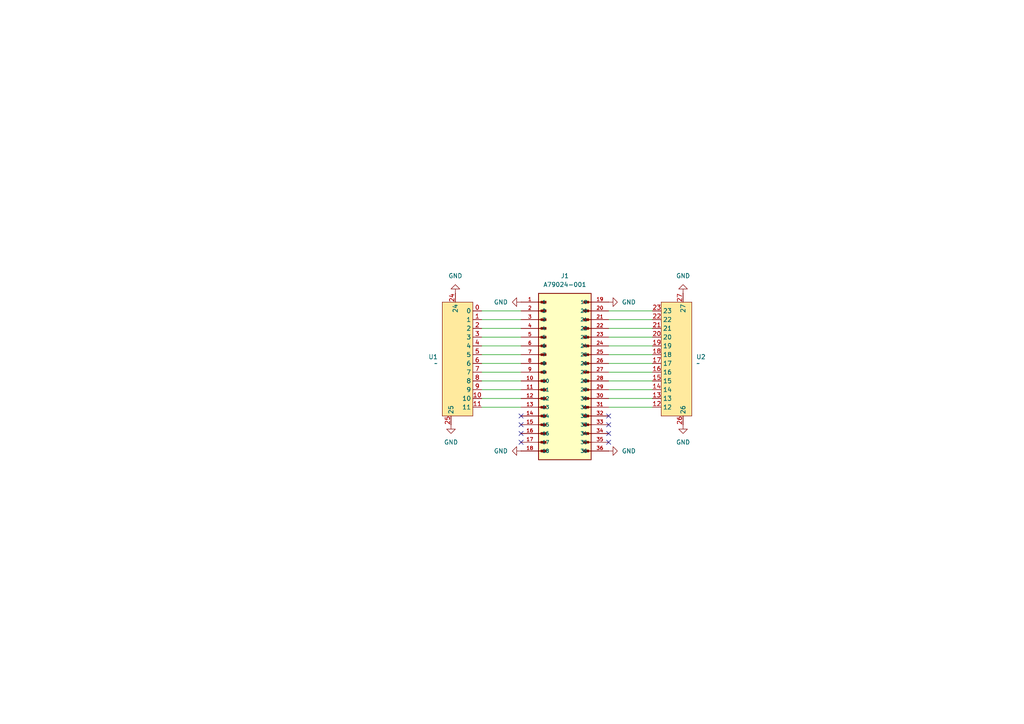
<source format=kicad_sch>
(kicad_sch
	(version 20250114)
	(generator "eeschema")
	(generator_version "9.0")
	(uuid "48b282e1-d1dc-4755-bd87-660842c9744a")
	(paper "A4")
	(lib_symbols
		(symbol "36pin omnetics:A79024-001"
			(pin_names
				(offset 1.016)
			)
			(exclude_from_sim no)
			(in_bom yes)
			(on_board yes)
			(property "Reference" "J"
				(at -7.62 24.13 0)
				(effects
					(font
						(size 1.27 1.27)
					)
					(justify left bottom)
				)
			)
			(property "Value" "A79024-001"
				(at -7.62 -27.94 0)
				(effects
					(font
						(size 1.27 1.27)
					)
					(justify left bottom)
				)
			)
			(property "Footprint" "A79024-001:OMNETICS_A79024-001"
				(at 0 0 0)
				(effects
					(font
						(size 1.27 1.27)
					)
					(justify bottom)
					(hide yes)
				)
			)
			(property "Datasheet" ""
				(at 0 0 0)
				(effects
					(font
						(size 1.27 1.27)
					)
					(hide yes)
				)
			)
			(property "Description" ""
				(at 0 0 0)
				(effects
					(font
						(size 1.27 1.27)
					)
					(hide yes)
				)
			)
			(property "PARTREV" "D"
				(at 0 0 0)
				(effects
					(font
						(size 1.27 1.27)
					)
					(justify bottom)
					(hide yes)
				)
			)
			(property "STANDARD" "Manufacturer Recommendations"
				(at 0 0 0)
				(effects
					(font
						(size 1.27 1.27)
					)
					(justify bottom)
					(hide yes)
				)
			)
			(property "MAXIMUM_PACKAGE_HEIGHT" "1.78mm"
				(at 0 0 0)
				(effects
					(font
						(size 1.27 1.27)
					)
					(justify bottom)
					(hide yes)
				)
			)
			(property "MANUFACTURER" "Omnetics"
				(at 0 0 0)
				(effects
					(font
						(size 1.27 1.27)
					)
					(justify bottom)
					(hide yes)
				)
			)
			(symbol "A79024-001_0_0"
				(polyline
					(pts
						(xy -7.62 20.32) (xy -5.715 20.32)
					)
					(stroke
						(width 0.254)
						(type default)
					)
					(fill
						(type none)
					)
				)
				(polyline
					(pts
						(xy -7.62 17.78) (xy -5.715 17.78)
					)
					(stroke
						(width 0.254)
						(type default)
					)
					(fill
						(type none)
					)
				)
				(polyline
					(pts
						(xy -7.62 15.24) (xy -5.715 15.24)
					)
					(stroke
						(width 0.254)
						(type default)
					)
					(fill
						(type none)
					)
				)
				(polyline
					(pts
						(xy -7.62 12.7) (xy -5.715 12.7)
					)
					(stroke
						(width 0.254)
						(type default)
					)
					(fill
						(type none)
					)
				)
				(polyline
					(pts
						(xy -7.62 10.16) (xy -5.715 10.16)
					)
					(stroke
						(width 0.254)
						(type default)
					)
					(fill
						(type none)
					)
				)
				(polyline
					(pts
						(xy -7.62 7.62) (xy -5.715 7.62)
					)
					(stroke
						(width 0.254)
						(type default)
					)
					(fill
						(type none)
					)
				)
				(polyline
					(pts
						(xy -7.62 5.08) (xy -5.715 5.08)
					)
					(stroke
						(width 0.254)
						(type default)
					)
					(fill
						(type none)
					)
				)
				(polyline
					(pts
						(xy -7.62 2.54) (xy -5.715 2.54)
					)
					(stroke
						(width 0.254)
						(type default)
					)
					(fill
						(type none)
					)
				)
				(polyline
					(pts
						(xy -7.62 0) (xy -5.715 0)
					)
					(stroke
						(width 0.254)
						(type default)
					)
					(fill
						(type none)
					)
				)
				(polyline
					(pts
						(xy -7.62 -2.54) (xy -5.715 -2.54)
					)
					(stroke
						(width 0.254)
						(type default)
					)
					(fill
						(type none)
					)
				)
				(polyline
					(pts
						(xy -7.62 -5.08) (xy -5.715 -5.08)
					)
					(stroke
						(width 0.254)
						(type default)
					)
					(fill
						(type none)
					)
				)
				(polyline
					(pts
						(xy -7.62 -7.62) (xy -5.715 -7.62)
					)
					(stroke
						(width 0.254)
						(type default)
					)
					(fill
						(type none)
					)
				)
				(polyline
					(pts
						(xy -7.62 -10.16) (xy -5.715 -10.16)
					)
					(stroke
						(width 0.254)
						(type default)
					)
					(fill
						(type none)
					)
				)
				(polyline
					(pts
						(xy -7.62 -12.7) (xy -5.715 -12.7)
					)
					(stroke
						(width 0.254)
						(type default)
					)
					(fill
						(type none)
					)
				)
				(polyline
					(pts
						(xy -7.62 -15.24) (xy -5.715 -15.24)
					)
					(stroke
						(width 0.254)
						(type default)
					)
					(fill
						(type none)
					)
				)
				(polyline
					(pts
						(xy -7.62 -17.78) (xy -5.715 -17.78)
					)
					(stroke
						(width 0.254)
						(type default)
					)
					(fill
						(type none)
					)
				)
				(polyline
					(pts
						(xy -7.62 -20.32) (xy -5.715 -20.32)
					)
					(stroke
						(width 0.254)
						(type default)
					)
					(fill
						(type none)
					)
				)
				(polyline
					(pts
						(xy -7.62 -22.86) (xy -5.715 -22.86)
					)
					(stroke
						(width 0.254)
						(type default)
					)
					(fill
						(type none)
					)
				)
				(rectangle
					(start -7.62 -25.4)
					(end 7.62 22.86)
					(stroke
						(width 0.254)
						(type default)
					)
					(fill
						(type background)
					)
				)
				(rectangle
					(start -6.985 20.0025)
					(end -5.3975 20.6375)
					(stroke
						(width 0.1)
						(type default)
					)
					(fill
						(type outline)
					)
				)
				(rectangle
					(start -6.985 17.4625)
					(end -5.3975 18.0975)
					(stroke
						(width 0.1)
						(type default)
					)
					(fill
						(type outline)
					)
				)
				(rectangle
					(start -6.985 14.9225)
					(end -5.3975 15.5575)
					(stroke
						(width 0.1)
						(type default)
					)
					(fill
						(type outline)
					)
				)
				(rectangle
					(start -6.985 12.3825)
					(end -5.3975 13.0175)
					(stroke
						(width 0.1)
						(type default)
					)
					(fill
						(type outline)
					)
				)
				(rectangle
					(start -6.985 9.8425)
					(end -5.3975 10.4775)
					(stroke
						(width 0.1)
						(type default)
					)
					(fill
						(type outline)
					)
				)
				(rectangle
					(start -6.985 7.3025)
					(end -5.3975 7.9375)
					(stroke
						(width 0.1)
						(type default)
					)
					(fill
						(type outline)
					)
				)
				(rectangle
					(start -6.985 4.7625)
					(end -5.3975 5.3975)
					(stroke
						(width 0.1)
						(type default)
					)
					(fill
						(type outline)
					)
				)
				(rectangle
					(start -6.985 2.2225)
					(end -5.3975 2.8575)
					(stroke
						(width 0.1)
						(type default)
					)
					(fill
						(type outline)
					)
				)
				(rectangle
					(start -6.985 -0.3175)
					(end -5.3975 0.3175)
					(stroke
						(width 0.1)
						(type default)
					)
					(fill
						(type outline)
					)
				)
				(rectangle
					(start -6.985 -2.8575)
					(end -5.3975 -2.2225)
					(stroke
						(width 0.1)
						(type default)
					)
					(fill
						(type outline)
					)
				)
				(rectangle
					(start -6.985 -5.3975)
					(end -5.3975 -4.7625)
					(stroke
						(width 0.1)
						(type default)
					)
					(fill
						(type outline)
					)
				)
				(rectangle
					(start -6.985 -7.9375)
					(end -5.3975 -7.3025)
					(stroke
						(width 0.1)
						(type default)
					)
					(fill
						(type outline)
					)
				)
				(rectangle
					(start -6.985 -10.4775)
					(end -5.3975 -9.8425)
					(stroke
						(width 0.1)
						(type default)
					)
					(fill
						(type outline)
					)
				)
				(rectangle
					(start -6.985 -13.0175)
					(end -5.3975 -12.3825)
					(stroke
						(width 0.1)
						(type default)
					)
					(fill
						(type outline)
					)
				)
				(rectangle
					(start -6.985 -15.5575)
					(end -5.3975 -14.9225)
					(stroke
						(width 0.1)
						(type default)
					)
					(fill
						(type outline)
					)
				)
				(rectangle
					(start -6.985 -18.0975)
					(end -5.3975 -17.4625)
					(stroke
						(width 0.1)
						(type default)
					)
					(fill
						(type outline)
					)
				)
				(rectangle
					(start -6.985 -20.6375)
					(end -5.3975 -20.0025)
					(stroke
						(width 0.1)
						(type default)
					)
					(fill
						(type outline)
					)
				)
				(rectangle
					(start -6.985 -23.1775)
					(end -5.3975 -22.5425)
					(stroke
						(width 0.1)
						(type default)
					)
					(fill
						(type outline)
					)
				)
				(rectangle
					(start 5.3975 20.0025)
					(end 6.985 20.6375)
					(stroke
						(width 0.1)
						(type default)
					)
					(fill
						(type outline)
					)
				)
				(rectangle
					(start 5.3975 17.4625)
					(end 6.985 18.0975)
					(stroke
						(width 0.1)
						(type default)
					)
					(fill
						(type outline)
					)
				)
				(rectangle
					(start 5.3975 14.9225)
					(end 6.985 15.5575)
					(stroke
						(width 0.1)
						(type default)
					)
					(fill
						(type outline)
					)
				)
				(rectangle
					(start 5.3975 12.3825)
					(end 6.985 13.0175)
					(stroke
						(width 0.1)
						(type default)
					)
					(fill
						(type outline)
					)
				)
				(rectangle
					(start 5.3975 9.8425)
					(end 6.985 10.4775)
					(stroke
						(width 0.1)
						(type default)
					)
					(fill
						(type outline)
					)
				)
				(rectangle
					(start 5.3975 7.3025)
					(end 6.985 7.9375)
					(stroke
						(width 0.1)
						(type default)
					)
					(fill
						(type outline)
					)
				)
				(rectangle
					(start 5.3975 4.7625)
					(end 6.985 5.3975)
					(stroke
						(width 0.1)
						(type default)
					)
					(fill
						(type outline)
					)
				)
				(rectangle
					(start 5.3975 2.2225)
					(end 6.985 2.8575)
					(stroke
						(width 0.1)
						(type default)
					)
					(fill
						(type outline)
					)
				)
				(rectangle
					(start 5.3975 -0.3175)
					(end 6.985 0.3175)
					(stroke
						(width 0.1)
						(type default)
					)
					(fill
						(type outline)
					)
				)
				(rectangle
					(start 5.3975 -2.8575)
					(end 6.985 -2.2225)
					(stroke
						(width 0.1)
						(type default)
					)
					(fill
						(type outline)
					)
				)
				(rectangle
					(start 5.3975 -5.3975)
					(end 6.985 -4.7625)
					(stroke
						(width 0.1)
						(type default)
					)
					(fill
						(type outline)
					)
				)
				(rectangle
					(start 5.3975 -7.9375)
					(end 6.985 -7.3025)
					(stroke
						(width 0.1)
						(type default)
					)
					(fill
						(type outline)
					)
				)
				(rectangle
					(start 5.3975 -10.4775)
					(end 6.985 -9.8425)
					(stroke
						(width 0.1)
						(type default)
					)
					(fill
						(type outline)
					)
				)
				(rectangle
					(start 5.3975 -13.0175)
					(end 6.985 -12.3825)
					(stroke
						(width 0.1)
						(type default)
					)
					(fill
						(type outline)
					)
				)
				(rectangle
					(start 5.3975 -15.5575)
					(end 6.985 -14.9225)
					(stroke
						(width 0.1)
						(type default)
					)
					(fill
						(type outline)
					)
				)
				(rectangle
					(start 5.3975 -18.0975)
					(end 6.985 -17.4625)
					(stroke
						(width 0.1)
						(type default)
					)
					(fill
						(type outline)
					)
				)
				(rectangle
					(start 5.3975 -20.6375)
					(end 6.985 -20.0025)
					(stroke
						(width 0.1)
						(type default)
					)
					(fill
						(type outline)
					)
				)
				(rectangle
					(start 5.3975 -23.1775)
					(end 6.985 -22.5425)
					(stroke
						(width 0.1)
						(type default)
					)
					(fill
						(type outline)
					)
				)
				(polyline
					(pts
						(xy 7.62 20.32) (xy 5.715 20.32)
					)
					(stroke
						(width 0.254)
						(type default)
					)
					(fill
						(type none)
					)
				)
				(polyline
					(pts
						(xy 7.62 17.78) (xy 5.715 17.78)
					)
					(stroke
						(width 0.254)
						(type default)
					)
					(fill
						(type none)
					)
				)
				(polyline
					(pts
						(xy 7.62 15.24) (xy 5.715 15.24)
					)
					(stroke
						(width 0.254)
						(type default)
					)
					(fill
						(type none)
					)
				)
				(polyline
					(pts
						(xy 7.62 12.7) (xy 5.715 12.7)
					)
					(stroke
						(width 0.254)
						(type default)
					)
					(fill
						(type none)
					)
				)
				(polyline
					(pts
						(xy 7.62 10.16) (xy 5.715 10.16)
					)
					(stroke
						(width 0.254)
						(type default)
					)
					(fill
						(type none)
					)
				)
				(polyline
					(pts
						(xy 7.62 7.62) (xy 5.715 7.62)
					)
					(stroke
						(width 0.254)
						(type default)
					)
					(fill
						(type none)
					)
				)
				(polyline
					(pts
						(xy 7.62 5.08) (xy 5.715 5.08)
					)
					(stroke
						(width 0.254)
						(type default)
					)
					(fill
						(type none)
					)
				)
				(polyline
					(pts
						(xy 7.62 2.54) (xy 5.715 2.54)
					)
					(stroke
						(width 0.254)
						(type default)
					)
					(fill
						(type none)
					)
				)
				(polyline
					(pts
						(xy 7.62 0) (xy 5.715 0)
					)
					(stroke
						(width 0.254)
						(type default)
					)
					(fill
						(type none)
					)
				)
				(polyline
					(pts
						(xy 7.62 -2.54) (xy 5.715 -2.54)
					)
					(stroke
						(width 0.254)
						(type default)
					)
					(fill
						(type none)
					)
				)
				(polyline
					(pts
						(xy 7.62 -5.08) (xy 5.715 -5.08)
					)
					(stroke
						(width 0.254)
						(type default)
					)
					(fill
						(type none)
					)
				)
				(polyline
					(pts
						(xy 7.62 -7.62) (xy 5.715 -7.62)
					)
					(stroke
						(width 0.254)
						(type default)
					)
					(fill
						(type none)
					)
				)
				(polyline
					(pts
						(xy 7.62 -10.16) (xy 5.715 -10.16)
					)
					(stroke
						(width 0.254)
						(type default)
					)
					(fill
						(type none)
					)
				)
				(polyline
					(pts
						(xy 7.62 -12.7) (xy 5.715 -12.7)
					)
					(stroke
						(width 0.254)
						(type default)
					)
					(fill
						(type none)
					)
				)
				(polyline
					(pts
						(xy 7.62 -15.24) (xy 5.715 -15.24)
					)
					(stroke
						(width 0.254)
						(type default)
					)
					(fill
						(type none)
					)
				)
				(polyline
					(pts
						(xy 7.62 -17.78) (xy 5.715 -17.78)
					)
					(stroke
						(width 0.254)
						(type default)
					)
					(fill
						(type none)
					)
				)
				(polyline
					(pts
						(xy 7.62 -20.32) (xy 5.715 -20.32)
					)
					(stroke
						(width 0.254)
						(type default)
					)
					(fill
						(type none)
					)
				)
				(polyline
					(pts
						(xy 7.62 -22.86) (xy 5.715 -22.86)
					)
					(stroke
						(width 0.254)
						(type default)
					)
					(fill
						(type none)
					)
				)
				(pin passive line
					(at -12.7 20.32 0)
					(length 5.08)
					(name "1"
						(effects
							(font
								(size 1.016 1.016)
							)
						)
					)
					(number "1"
						(effects
							(font
								(size 1.016 1.016)
							)
						)
					)
				)
				(pin passive line
					(at -12.7 17.78 0)
					(length 5.08)
					(name "2"
						(effects
							(font
								(size 1.016 1.016)
							)
						)
					)
					(number "2"
						(effects
							(font
								(size 1.016 1.016)
							)
						)
					)
				)
				(pin passive line
					(at -12.7 15.24 0)
					(length 5.08)
					(name "3"
						(effects
							(font
								(size 1.016 1.016)
							)
						)
					)
					(number "3"
						(effects
							(font
								(size 1.016 1.016)
							)
						)
					)
				)
				(pin passive line
					(at -12.7 12.7 0)
					(length 5.08)
					(name "4"
						(effects
							(font
								(size 1.016 1.016)
							)
						)
					)
					(number "4"
						(effects
							(font
								(size 1.016 1.016)
							)
						)
					)
				)
				(pin passive line
					(at -12.7 10.16 0)
					(length 5.08)
					(name "5"
						(effects
							(font
								(size 1.016 1.016)
							)
						)
					)
					(number "5"
						(effects
							(font
								(size 1.016 1.016)
							)
						)
					)
				)
				(pin passive line
					(at -12.7 7.62 0)
					(length 5.08)
					(name "6"
						(effects
							(font
								(size 1.016 1.016)
							)
						)
					)
					(number "6"
						(effects
							(font
								(size 1.016 1.016)
							)
						)
					)
				)
				(pin passive line
					(at -12.7 5.08 0)
					(length 5.08)
					(name "7"
						(effects
							(font
								(size 1.016 1.016)
							)
						)
					)
					(number "7"
						(effects
							(font
								(size 1.016 1.016)
							)
						)
					)
				)
				(pin passive line
					(at -12.7 2.54 0)
					(length 5.08)
					(name "8"
						(effects
							(font
								(size 1.016 1.016)
							)
						)
					)
					(number "8"
						(effects
							(font
								(size 1.016 1.016)
							)
						)
					)
				)
				(pin passive line
					(at -12.7 0 0)
					(length 5.08)
					(name "9"
						(effects
							(font
								(size 1.016 1.016)
							)
						)
					)
					(number "9"
						(effects
							(font
								(size 1.016 1.016)
							)
						)
					)
				)
				(pin passive line
					(at -12.7 -2.54 0)
					(length 5.08)
					(name "10"
						(effects
							(font
								(size 1.016 1.016)
							)
						)
					)
					(number "10"
						(effects
							(font
								(size 1.016 1.016)
							)
						)
					)
				)
				(pin passive line
					(at -12.7 -5.08 0)
					(length 5.08)
					(name "11"
						(effects
							(font
								(size 1.016 1.016)
							)
						)
					)
					(number "11"
						(effects
							(font
								(size 1.016 1.016)
							)
						)
					)
				)
				(pin passive line
					(at -12.7 -7.62 0)
					(length 5.08)
					(name "12"
						(effects
							(font
								(size 1.016 1.016)
							)
						)
					)
					(number "12"
						(effects
							(font
								(size 1.016 1.016)
							)
						)
					)
				)
				(pin passive line
					(at -12.7 -10.16 0)
					(length 5.08)
					(name "13"
						(effects
							(font
								(size 1.016 1.016)
							)
						)
					)
					(number "13"
						(effects
							(font
								(size 1.016 1.016)
							)
						)
					)
				)
				(pin passive line
					(at -12.7 -12.7 0)
					(length 5.08)
					(name "14"
						(effects
							(font
								(size 1.016 1.016)
							)
						)
					)
					(number "14"
						(effects
							(font
								(size 1.016 1.016)
							)
						)
					)
				)
				(pin passive line
					(at -12.7 -15.24 0)
					(length 5.08)
					(name "15"
						(effects
							(font
								(size 1.016 1.016)
							)
						)
					)
					(number "15"
						(effects
							(font
								(size 1.016 1.016)
							)
						)
					)
				)
				(pin passive line
					(at -12.7 -17.78 0)
					(length 5.08)
					(name "16"
						(effects
							(font
								(size 1.016 1.016)
							)
						)
					)
					(number "16"
						(effects
							(font
								(size 1.016 1.016)
							)
						)
					)
				)
				(pin passive line
					(at -12.7 -20.32 0)
					(length 5.08)
					(name "17"
						(effects
							(font
								(size 1.016 1.016)
							)
						)
					)
					(number "17"
						(effects
							(font
								(size 1.016 1.016)
							)
						)
					)
				)
				(pin passive line
					(at -12.7 -22.86 0)
					(length 5.08)
					(name "18"
						(effects
							(font
								(size 1.016 1.016)
							)
						)
					)
					(number "18"
						(effects
							(font
								(size 1.016 1.016)
							)
						)
					)
				)
				(pin passive line
					(at 12.7 20.32 180)
					(length 5.08)
					(name "19"
						(effects
							(font
								(size 1.016 1.016)
							)
						)
					)
					(number "19"
						(effects
							(font
								(size 1.016 1.016)
							)
						)
					)
				)
				(pin passive line
					(at 12.7 17.78 180)
					(length 5.08)
					(name "20"
						(effects
							(font
								(size 1.016 1.016)
							)
						)
					)
					(number "20"
						(effects
							(font
								(size 1.016 1.016)
							)
						)
					)
				)
				(pin passive line
					(at 12.7 15.24 180)
					(length 5.08)
					(name "21"
						(effects
							(font
								(size 1.016 1.016)
							)
						)
					)
					(number "21"
						(effects
							(font
								(size 1.016 1.016)
							)
						)
					)
				)
				(pin passive line
					(at 12.7 12.7 180)
					(length 5.08)
					(name "22"
						(effects
							(font
								(size 1.016 1.016)
							)
						)
					)
					(number "22"
						(effects
							(font
								(size 1.016 1.016)
							)
						)
					)
				)
				(pin passive line
					(at 12.7 10.16 180)
					(length 5.08)
					(name "23"
						(effects
							(font
								(size 1.016 1.016)
							)
						)
					)
					(number "23"
						(effects
							(font
								(size 1.016 1.016)
							)
						)
					)
				)
				(pin passive line
					(at 12.7 7.62 180)
					(length 5.08)
					(name "24"
						(effects
							(font
								(size 1.016 1.016)
							)
						)
					)
					(number "24"
						(effects
							(font
								(size 1.016 1.016)
							)
						)
					)
				)
				(pin passive line
					(at 12.7 5.08 180)
					(length 5.08)
					(name "25"
						(effects
							(font
								(size 1.016 1.016)
							)
						)
					)
					(number "25"
						(effects
							(font
								(size 1.016 1.016)
							)
						)
					)
				)
				(pin passive line
					(at 12.7 2.54 180)
					(length 5.08)
					(name "26"
						(effects
							(font
								(size 1.016 1.016)
							)
						)
					)
					(number "26"
						(effects
							(font
								(size 1.016 1.016)
							)
						)
					)
				)
				(pin passive line
					(at 12.7 0 180)
					(length 5.08)
					(name "27"
						(effects
							(font
								(size 1.016 1.016)
							)
						)
					)
					(number "27"
						(effects
							(font
								(size 1.016 1.016)
							)
						)
					)
				)
				(pin passive line
					(at 12.7 -2.54 180)
					(length 5.08)
					(name "28"
						(effects
							(font
								(size 1.016 1.016)
							)
						)
					)
					(number "28"
						(effects
							(font
								(size 1.016 1.016)
							)
						)
					)
				)
				(pin passive line
					(at 12.7 -5.08 180)
					(length 5.08)
					(name "29"
						(effects
							(font
								(size 1.016 1.016)
							)
						)
					)
					(number "29"
						(effects
							(font
								(size 1.016 1.016)
							)
						)
					)
				)
				(pin passive line
					(at 12.7 -7.62 180)
					(length 5.08)
					(name "30"
						(effects
							(font
								(size 1.016 1.016)
							)
						)
					)
					(number "30"
						(effects
							(font
								(size 1.016 1.016)
							)
						)
					)
				)
				(pin passive line
					(at 12.7 -10.16 180)
					(length 5.08)
					(name "31"
						(effects
							(font
								(size 1.016 1.016)
							)
						)
					)
					(number "31"
						(effects
							(font
								(size 1.016 1.016)
							)
						)
					)
				)
				(pin passive line
					(at 12.7 -12.7 180)
					(length 5.08)
					(name "32"
						(effects
							(font
								(size 1.016 1.016)
							)
						)
					)
					(number "32"
						(effects
							(font
								(size 1.016 1.016)
							)
						)
					)
				)
				(pin passive line
					(at 12.7 -15.24 180)
					(length 5.08)
					(name "33"
						(effects
							(font
								(size 1.016 1.016)
							)
						)
					)
					(number "33"
						(effects
							(font
								(size 1.016 1.016)
							)
						)
					)
				)
				(pin passive line
					(at 12.7 -17.78 180)
					(length 5.08)
					(name "34"
						(effects
							(font
								(size 1.016 1.016)
							)
						)
					)
					(number "34"
						(effects
							(font
								(size 1.016 1.016)
							)
						)
					)
				)
				(pin passive line
					(at 12.7 -20.32 180)
					(length 5.08)
					(name "35"
						(effects
							(font
								(size 1.016 1.016)
							)
						)
					)
					(number "35"
						(effects
							(font
								(size 1.016 1.016)
							)
						)
					)
				)
				(pin passive line
					(at 12.7 -22.86 180)
					(length 5.08)
					(name "36"
						(effects
							(font
								(size 1.016 1.016)
							)
						)
					)
					(number "36"
						(effects
							(font
								(size 1.016 1.016)
							)
						)
					)
				)
			)
			(embedded_fonts no)
		)
		(symbol "USB plug:699C124-2A6-111_USB_first half"
			(exclude_from_sim no)
			(in_bom yes)
			(on_board yes)
			(property "Reference" "U1"
				(at -1.27 -15.8749 0)
				(effects
					(font
						(size 1.27 1.27)
					)
					(justify right)
				)
			)
			(property "Value" "~"
				(at -1.27 -17.78 0)
				(effects
					(font
						(size 1.27 1.27)
					)
					(justify right)
				)
			)
			(property "Footprint" "USBPlug:699C124-2A6-111 USB Plug_first half"
				(at -1.27 -34.29 0)
				(effects
					(font
						(size 1.27 1.27)
					)
					(hide yes)
				)
			)
			(property "Datasheet" ""
				(at 0 0 0)
				(effects
					(font
						(size 1.27 1.27)
					)
					(hide yes)
				)
			)
			(property "Description" ""
				(at 0 0 0)
				(effects
					(font
						(size 1.27 1.27)
					)
					(hide yes)
				)
			)
			(symbol "699C124-2A6-111_USB_first half_1_1"
				(rectangle
					(start 0 0)
					(end 8.89 -33.02)
					(stroke
						(width 0)
						(type solid)
					)
					(fill
						(type color)
						(color 255 234 158 1)
					)
				)
				(pin unspecified line
					(at 2.54 -35.56 90)
					(length 2.54)
					(name "25"
						(effects
							(font
								(size 1.27 1.27)
							)
						)
					)
					(number "25"
						(effects
							(font
								(size 1.27 1.27)
							)
						)
					)
				)
				(pin unspecified line
					(at 3.81 2.54 270)
					(length 2.54)
					(name "24"
						(effects
							(font
								(size 1.27 1.27)
							)
						)
					)
					(number "24"
						(effects
							(font
								(size 1.27 1.27)
							)
						)
					)
				)
				(pin unspecified line
					(at 11.43 -2.54 180)
					(length 2.54)
					(name "0"
						(effects
							(font
								(size 1.27 1.27)
							)
						)
					)
					(number "0"
						(effects
							(font
								(size 1.27 1.27)
							)
						)
					)
				)
				(pin unspecified line
					(at 11.43 -5.08 180)
					(length 2.54)
					(name "1"
						(effects
							(font
								(size 1.27 1.27)
							)
						)
					)
					(number "1"
						(effects
							(font
								(size 1.27 1.27)
							)
						)
					)
				)
				(pin unspecified line
					(at 11.43 -7.62 180)
					(length 2.54)
					(name "2"
						(effects
							(font
								(size 1.27 1.27)
							)
						)
					)
					(number "2"
						(effects
							(font
								(size 1.27 1.27)
							)
						)
					)
				)
				(pin unspecified line
					(at 11.43 -10.16 180)
					(length 2.54)
					(name "3"
						(effects
							(font
								(size 1.27 1.27)
							)
						)
					)
					(number "3"
						(effects
							(font
								(size 1.27 1.27)
							)
						)
					)
				)
				(pin unspecified line
					(at 11.43 -12.7 180)
					(length 2.54)
					(name "4"
						(effects
							(font
								(size 1.27 1.27)
							)
						)
					)
					(number "4"
						(effects
							(font
								(size 1.27 1.27)
							)
						)
					)
				)
				(pin unspecified line
					(at 11.43 -15.24 180)
					(length 2.54)
					(name "5"
						(effects
							(font
								(size 1.27 1.27)
							)
						)
					)
					(number "5"
						(effects
							(font
								(size 1.27 1.27)
							)
						)
					)
				)
				(pin unspecified line
					(at 11.43 -17.78 180)
					(length 2.54)
					(name "6"
						(effects
							(font
								(size 1.27 1.27)
							)
						)
					)
					(number "6"
						(effects
							(font
								(size 1.27 1.27)
							)
						)
					)
				)
				(pin unspecified line
					(at 11.43 -20.32 180)
					(length 2.54)
					(name "7"
						(effects
							(font
								(size 1.27 1.27)
							)
						)
					)
					(number "7"
						(effects
							(font
								(size 1.27 1.27)
							)
						)
					)
				)
				(pin unspecified line
					(at 11.43 -22.86 180)
					(length 2.54)
					(name "8"
						(effects
							(font
								(size 1.27 1.27)
							)
						)
					)
					(number "8"
						(effects
							(font
								(size 1.27 1.27)
							)
						)
					)
				)
				(pin unspecified line
					(at 11.43 -25.4 180)
					(length 2.54)
					(name "9"
						(effects
							(font
								(size 1.27 1.27)
							)
						)
					)
					(number "9"
						(effects
							(font
								(size 1.27 1.27)
							)
						)
					)
				)
				(pin unspecified line
					(at 11.43 -27.94 180)
					(length 2.54)
					(name "10"
						(effects
							(font
								(size 1.27 1.27)
							)
						)
					)
					(number "10"
						(effects
							(font
								(size 1.27 1.27)
							)
						)
					)
				)
				(pin unspecified line
					(at 11.43 -30.48 180)
					(length 2.54)
					(name "11"
						(effects
							(font
								(size 1.27 1.27)
							)
						)
					)
					(number "11"
						(effects
							(font
								(size 1.27 1.27)
							)
						)
					)
				)
			)
			(embedded_fonts no)
		)
		(symbol "USB plug:699C124-2A6-111_USB_second_half"
			(exclude_from_sim no)
			(in_bom yes)
			(on_board yes)
			(property "Reference" "U2"
				(at 1.27 -15.8749 0)
				(effects
					(font
						(size 1.27 1.27)
					)
					(justify left)
				)
			)
			(property "Value" "~"
				(at 1.27 -17.78 0)
				(effects
					(font
						(size 1.27 1.27)
					)
					(justify left)
				)
			)
			(property "Footprint" "USBPlug:699C124-2A6-111 USB Plug_second half"
				(at -1.27 -34.29 0)
				(effects
					(font
						(size 1.27 1.27)
					)
					(hide yes)
				)
			)
			(property "Datasheet" ""
				(at 0 0 0)
				(effects
					(font
						(size 1.27 1.27)
					)
					(hide yes)
				)
			)
			(property "Description" ""
				(at 0 0 0)
				(effects
					(font
						(size 1.27 1.27)
					)
					(hide yes)
				)
			)
			(symbol "699C124-2A6-111_USB_second_half_1_1"
				(rectangle
					(start -8.89 0)
					(end 0 -33.02)
					(stroke
						(width 0)
						(type solid)
					)
					(fill
						(type color)
						(color 255 234 158 1)
					)
				)
				(pin unspecified line
					(at -11.43 -2.54 0)
					(length 2.54)
					(name "12"
						(effects
							(font
								(size 1.27 1.27)
							)
						)
					)
					(number "12"
						(effects
							(font
								(size 1.27 1.27)
							)
						)
					)
				)
				(pin unspecified line
					(at -11.43 -5.08 0)
					(length 2.54)
					(name "13"
						(effects
							(font
								(size 1.27 1.27)
							)
						)
					)
					(number "13"
						(effects
							(font
								(size 1.27 1.27)
							)
						)
					)
				)
				(pin unspecified line
					(at -11.43 -7.62 0)
					(length 2.54)
					(name "14"
						(effects
							(font
								(size 1.27 1.27)
							)
						)
					)
					(number "14"
						(effects
							(font
								(size 1.27 1.27)
							)
						)
					)
				)
				(pin unspecified line
					(at -11.43 -10.16 0)
					(length 2.54)
					(name "15"
						(effects
							(font
								(size 1.27 1.27)
							)
						)
					)
					(number "15"
						(effects
							(font
								(size 1.27 1.27)
							)
						)
					)
				)
				(pin unspecified line
					(at -11.43 -12.7 0)
					(length 2.54)
					(name "16"
						(effects
							(font
								(size 1.27 1.27)
							)
						)
					)
					(number "16"
						(effects
							(font
								(size 1.27 1.27)
							)
						)
					)
				)
				(pin unspecified line
					(at -11.43 -15.24 0)
					(length 2.54)
					(name "17"
						(effects
							(font
								(size 1.27 1.27)
							)
						)
					)
					(number "17"
						(effects
							(font
								(size 1.27 1.27)
							)
						)
					)
				)
				(pin unspecified line
					(at -11.43 -17.78 0)
					(length 2.54)
					(name "18"
						(effects
							(font
								(size 1.27 1.27)
							)
						)
					)
					(number "18"
						(effects
							(font
								(size 1.27 1.27)
							)
						)
					)
				)
				(pin unspecified line
					(at -11.43 -20.32 0)
					(length 2.54)
					(name "19"
						(effects
							(font
								(size 1.27 1.27)
							)
						)
					)
					(number "19"
						(effects
							(font
								(size 1.27 1.27)
							)
						)
					)
				)
				(pin unspecified line
					(at -11.43 -22.86 0)
					(length 2.54)
					(name "20"
						(effects
							(font
								(size 1.27 1.27)
							)
						)
					)
					(number "20"
						(effects
							(font
								(size 1.27 1.27)
							)
						)
					)
				)
				(pin unspecified line
					(at -11.43 -25.4 0)
					(length 2.54)
					(name "21"
						(effects
							(font
								(size 1.27 1.27)
							)
						)
					)
					(number "21"
						(effects
							(font
								(size 1.27 1.27)
							)
						)
					)
				)
				(pin unspecified line
					(at -11.43 -27.94 0)
					(length 2.54)
					(name "22"
						(effects
							(font
								(size 1.27 1.27)
							)
						)
					)
					(number "22"
						(effects
							(font
								(size 1.27 1.27)
							)
						)
					)
				)
				(pin unspecified line
					(at -11.43 -30.48 0)
					(length 2.54)
					(name "23"
						(effects
							(font
								(size 1.27 1.27)
							)
						)
					)
					(number "23"
						(effects
							(font
								(size 1.27 1.27)
							)
						)
					)
				)
				(pin unspecified line
					(at -2.54 2.54 270)
					(length 2.54)
					(name "26"
						(effects
							(font
								(size 1.27 1.27)
							)
						)
					)
					(number "26"
						(effects
							(font
								(size 1.27 1.27)
							)
						)
					)
				)
				(pin unspecified line
					(at -2.54 -35.56 90)
					(length 2.54)
					(name "27"
						(effects
							(font
								(size 1.27 1.27)
							)
						)
					)
					(number "27"
						(effects
							(font
								(size 1.27 1.27)
							)
						)
					)
				)
			)
			(embedded_fonts no)
		)
		(symbol "power:GND"
			(power)
			(pin_numbers
				(hide yes)
			)
			(pin_names
				(offset 0)
				(hide yes)
			)
			(exclude_from_sim no)
			(in_bom yes)
			(on_board yes)
			(property "Reference" "#PWR"
				(at 0 -6.35 0)
				(effects
					(font
						(size 1.27 1.27)
					)
					(hide yes)
				)
			)
			(property "Value" "GND"
				(at 0 -3.81 0)
				(effects
					(font
						(size 1.27 1.27)
					)
				)
			)
			(property "Footprint" ""
				(at 0 0 0)
				(effects
					(font
						(size 1.27 1.27)
					)
					(hide yes)
				)
			)
			(property "Datasheet" ""
				(at 0 0 0)
				(effects
					(font
						(size 1.27 1.27)
					)
					(hide yes)
				)
			)
			(property "Description" "Power symbol creates a global label with name \"GND\" , ground"
				(at 0 0 0)
				(effects
					(font
						(size 1.27 1.27)
					)
					(hide yes)
				)
			)
			(property "ki_keywords" "global power"
				(at 0 0 0)
				(effects
					(font
						(size 1.27 1.27)
					)
					(hide yes)
				)
			)
			(symbol "GND_0_1"
				(polyline
					(pts
						(xy 0 0) (xy 0 -1.27) (xy 1.27 -1.27) (xy 0 -2.54) (xy -1.27 -1.27) (xy 0 -1.27)
					)
					(stroke
						(width 0)
						(type default)
					)
					(fill
						(type none)
					)
				)
			)
			(symbol "GND_1_1"
				(pin power_in line
					(at 0 0 270)
					(length 0)
					(name "~"
						(effects
							(font
								(size 1.27 1.27)
							)
						)
					)
					(number "1"
						(effects
							(font
								(size 1.27 1.27)
							)
						)
					)
				)
			)
			(embedded_fonts no)
		)
	)
	(no_connect
		(at 151.13 128.27)
		(uuid "04db54dc-3b25-4853-92ac-7bda23be0783")
	)
	(no_connect
		(at 151.13 123.19)
		(uuid "0551d737-75ba-4540-b691-36c64aab05a8")
	)
	(no_connect
		(at 176.53 125.73)
		(uuid "1df437b3-da60-4d2a-9aae-577aae521475")
	)
	(no_connect
		(at 176.53 123.19)
		(uuid "3cf9b517-0538-484b-916f-f779745db7ff")
	)
	(no_connect
		(at 176.53 120.65)
		(uuid "4640d923-8766-4ee3-b6c6-33c6b5481c5d")
	)
	(no_connect
		(at 151.13 120.65)
		(uuid "a11e80e3-26ab-4a39-8ff5-bb1639ca64bc")
	)
	(no_connect
		(at 151.13 125.73)
		(uuid "ae782b8c-4090-4793-8e01-346588324b9b")
	)
	(no_connect
		(at 176.53 128.27)
		(uuid "b62c282c-e944-4bb0-9d74-bd6c8ef9ef4a")
	)
	(wire
		(pts
			(xy 176.53 105.41) (xy 189.23 105.41)
		)
		(stroke
			(width 0)
			(type default)
		)
		(uuid "013a95db-229f-4e53-81ec-c6fe6e03c3dc")
	)
	(wire
		(pts
			(xy 139.7 115.57) (xy 151.13 115.57)
		)
		(stroke
			(width 0)
			(type default)
		)
		(uuid "07ac7072-bf4e-493b-9a2f-83fe3d00ff97")
	)
	(wire
		(pts
			(xy 176.53 90.17) (xy 189.23 90.17)
		)
		(stroke
			(width 0)
			(type default)
		)
		(uuid "0b02321e-3eeb-40d6-9b75-a15c386e05a2")
	)
	(wire
		(pts
			(xy 139.7 110.49) (xy 151.13 110.49)
		)
		(stroke
			(width 0)
			(type default)
		)
		(uuid "1e331391-a4d3-4785-ad25-a700c1795034")
	)
	(wire
		(pts
			(xy 139.7 118.11) (xy 151.13 118.11)
		)
		(stroke
			(width 0)
			(type default)
		)
		(uuid "2bcfe5be-10cd-46f7-b446-7896040e884c")
	)
	(wire
		(pts
			(xy 139.7 105.41) (xy 151.13 105.41)
		)
		(stroke
			(width 0)
			(type default)
		)
		(uuid "2c6b8945-8c94-44d9-aa73-a3862ec5e23e")
	)
	(wire
		(pts
			(xy 139.7 97.79) (xy 151.13 97.79)
		)
		(stroke
			(width 0)
			(type default)
		)
		(uuid "2d5b10b9-4e08-4cc5-a7ff-085734da19c7")
	)
	(wire
		(pts
			(xy 139.7 100.33) (xy 151.13 100.33)
		)
		(stroke
			(width 0)
			(type default)
		)
		(uuid "4fe1f9a3-8456-41ee-ab05-4f59e7e3766d")
	)
	(wire
		(pts
			(xy 139.7 102.87) (xy 151.13 102.87)
		)
		(stroke
			(width 0)
			(type default)
		)
		(uuid "78ec1c12-56ef-4a6c-a583-c73d800e7fbb")
	)
	(wire
		(pts
			(xy 176.53 100.33) (xy 189.23 100.33)
		)
		(stroke
			(width 0)
			(type default)
		)
		(uuid "7959cb79-c0c2-4b10-a33f-cb6cee6ed752")
	)
	(wire
		(pts
			(xy 176.53 102.87) (xy 189.23 102.87)
		)
		(stroke
			(width 0)
			(type default)
		)
		(uuid "831a3663-1649-4edd-81dc-f17c6eedf0a8")
	)
	(wire
		(pts
			(xy 139.7 90.17) (xy 151.13 90.17)
		)
		(stroke
			(width 0)
			(type default)
		)
		(uuid "8a9e0686-2995-4120-8f52-42d1a2aaae18")
	)
	(wire
		(pts
			(xy 139.7 107.95) (xy 151.13 107.95)
		)
		(stroke
			(width 0)
			(type default)
		)
		(uuid "91cddc24-0adf-40f3-bec7-8c39fe5f0b24")
	)
	(wire
		(pts
			(xy 176.53 110.49) (xy 189.23 110.49)
		)
		(stroke
			(width 0)
			(type default)
		)
		(uuid "9f4dfe0e-58e4-42f8-9799-434029ca78ab")
	)
	(wire
		(pts
			(xy 176.53 118.11) (xy 189.23 118.11)
		)
		(stroke
			(width 0)
			(type default)
		)
		(uuid "a80cfbd0-9634-423e-b229-dfe2703d74e9")
	)
	(wire
		(pts
			(xy 139.7 113.03) (xy 151.13 113.03)
		)
		(stroke
			(width 0)
			(type default)
		)
		(uuid "b1188d1f-8c69-42eb-a704-a73dd13a7068")
	)
	(wire
		(pts
			(xy 176.53 92.71) (xy 189.23 92.71)
		)
		(stroke
			(width 0)
			(type default)
		)
		(uuid "b4d2a79f-3c4b-459b-a951-172d4f5de3c3")
	)
	(wire
		(pts
			(xy 176.53 95.25) (xy 189.23 95.25)
		)
		(stroke
			(width 0)
			(type default)
		)
		(uuid "bbb142ba-64e3-4cbd-b643-5b69c90dd93f")
	)
	(wire
		(pts
			(xy 139.7 92.71) (xy 151.13 92.71)
		)
		(stroke
			(width 0)
			(type default)
		)
		(uuid "bcfd9ce9-5fbb-4532-a642-9977cb101eee")
	)
	(wire
		(pts
			(xy 176.53 115.57) (xy 189.23 115.57)
		)
		(stroke
			(width 0)
			(type default)
		)
		(uuid "d27a0b59-fc80-48c3-a925-ff8af34ac7ed")
	)
	(wire
		(pts
			(xy 176.53 113.03) (xy 189.23 113.03)
		)
		(stroke
			(width 0)
			(type default)
		)
		(uuid "da7e124e-a885-4035-8f2a-80a148f190fb")
	)
	(wire
		(pts
			(xy 139.7 95.25) (xy 151.13 95.25)
		)
		(stroke
			(width 0)
			(type default)
		)
		(uuid "efb97c2e-2776-4de9-ba7d-36e59e1b6b3f")
	)
	(wire
		(pts
			(xy 176.53 97.79) (xy 189.23 97.79)
		)
		(stroke
			(width 0)
			(type default)
		)
		(uuid "f871c324-1fb5-43f9-bcb1-f6999f870b58")
	)
	(wire
		(pts
			(xy 176.53 107.95) (xy 189.23 107.95)
		)
		(stroke
			(width 0)
			(type default)
		)
		(uuid "fc3aac0d-a6a3-460a-a216-0271948cfa80")
	)
	(symbol
		(lib_id "power:GND")
		(at 151.13 87.63 270)
		(unit 1)
		(exclude_from_sim no)
		(in_bom yes)
		(on_board yes)
		(dnp no)
		(fields_autoplaced yes)
		(uuid "1031f466-8ffb-4648-9eec-d9ac9b628fbc")
		(property "Reference" "#PWR04"
			(at 144.78 87.63 0)
			(effects
				(font
					(size 1.27 1.27)
				)
				(hide yes)
			)
		)
		(property "Value" "GND"
			(at 147.32 87.6299 90)
			(effects
				(font
					(size 1.27 1.27)
				)
				(justify right)
			)
		)
		(property "Footprint" ""
			(at 151.13 87.63 0)
			(effects
				(font
					(size 1.27 1.27)
				)
				(hide yes)
			)
		)
		(property "Datasheet" ""
			(at 151.13 87.63 0)
			(effects
				(font
					(size 1.27 1.27)
				)
				(hide yes)
			)
		)
		(property "Description" "Power symbol creates a global label with name \"GND\" , ground"
			(at 151.13 87.63 0)
			(effects
				(font
					(size 1.27 1.27)
				)
				(hide yes)
			)
		)
		(pin "1"
			(uuid "c664b5d6-ba55-4f49-a1ef-6ed55988285c")
		)
		(instances
			(project "USB_36pinOmnetics_bend"
				(path "/48b282e1-d1dc-4755-bd87-660842c9744a"
					(reference "#PWR04")
					(unit 1)
				)
			)
		)
	)
	(symbol
		(lib_id "USB plug:699C124-2A6-111_USB_second_half")
		(at 200.66 120.65 0)
		(mirror x)
		(unit 1)
		(exclude_from_sim no)
		(in_bom yes)
		(on_board yes)
		(dnp no)
		(fields_autoplaced yes)
		(uuid "460ef158-79bc-4532-b37e-c32d77804579")
		(property "Reference" "U2"
			(at 201.93 103.5049 0)
			(effects
				(font
					(size 1.27 1.27)
				)
				(justify left)
			)
		)
		(property "Value" "~"
			(at 201.93 105.41 0)
			(effects
				(font
					(size 1.27 1.27)
				)
				(justify left)
			)
		)
		(property "Footprint" "USBPlug:699C124-2A6-111 USB Plug_second half"
			(at 199.39 86.36 0)
			(effects
				(font
					(size 1.27 1.27)
				)
				(hide yes)
			)
		)
		(property "Datasheet" ""
			(at 200.66 120.65 0)
			(effects
				(font
					(size 1.27 1.27)
				)
				(hide yes)
			)
		)
		(property "Description" ""
			(at 200.66 120.65 0)
			(effects
				(font
					(size 1.27 1.27)
				)
				(hide yes)
			)
		)
		(pin "26"
			(uuid "082d2d3e-405a-45f4-9098-c1d3c5f0e2b7")
		)
		(pin "14"
			(uuid "bb4b8475-719f-47da-b435-8b2066da3467")
		)
		(pin "23"
			(uuid "8bf4fd5d-54aa-4641-a687-b64dba61912d")
		)
		(pin "16"
			(uuid "c9f7efc5-fe02-4841-8246-6e396b8190e2")
		)
		(pin "27"
			(uuid "5bb451af-6ddc-4921-8992-d7c55acb3dac")
		)
		(pin "21"
			(uuid "7f3f8bff-65b9-47b4-9258-84c0963256e4")
		)
		(pin "13"
			(uuid "cba296c2-eb82-4a51-87f5-1d5155435774")
		)
		(pin "12"
			(uuid "ee2548d9-a538-4e0b-8c07-67ea735d24ee")
		)
		(pin "17"
			(uuid "287e152d-60dc-4850-b825-2e0d2745aac6")
		)
		(pin "20"
			(uuid "757abce1-f996-4459-b061-b0974853fc4f")
		)
		(pin "15"
			(uuid "9f7930a5-34a1-4fd1-928a-178fcc56d60c")
		)
		(pin "22"
			(uuid "42cb06a9-aede-4700-bc06-0332a479e2c9")
		)
		(pin "18"
			(uuid "e6d4ec8e-3869-4429-93db-b73f80b7d726")
		)
		(pin "19"
			(uuid "85124c5c-c916-4800-b857-ff26daee6f50")
		)
		(instances
			(project ""
				(path "/48b282e1-d1dc-4755-bd87-660842c9744a"
					(reference "U2")
					(unit 1)
				)
			)
		)
	)
	(symbol
		(lib_id "power:GND")
		(at 132.08 85.09 180)
		(unit 1)
		(exclude_from_sim no)
		(in_bom yes)
		(on_board yes)
		(dnp no)
		(fields_autoplaced yes)
		(uuid "490c7ade-3425-4713-b1b5-fb0448c4050d")
		(property "Reference" "#PWR03"
			(at 132.08 78.74 0)
			(effects
				(font
					(size 1.27 1.27)
				)
				(hide yes)
			)
		)
		(property "Value" "GND"
			(at 132.08 80.01 0)
			(effects
				(font
					(size 1.27 1.27)
				)
			)
		)
		(property "Footprint" ""
			(at 132.08 85.09 0)
			(effects
				(font
					(size 1.27 1.27)
				)
				(hide yes)
			)
		)
		(property "Datasheet" ""
			(at 132.08 85.09 0)
			(effects
				(font
					(size 1.27 1.27)
				)
				(hide yes)
			)
		)
		(property "Description" "Power symbol creates a global label with name \"GND\" , ground"
			(at 132.08 85.09 0)
			(effects
				(font
					(size 1.27 1.27)
				)
				(hide yes)
			)
		)
		(pin "1"
			(uuid "85068d72-47a6-4099-b3e3-915947af68f9")
		)
		(instances
			(project "USB_18pinOmnetics_bend"
				(path "/48b282e1-d1dc-4755-bd87-660842c9744a"
					(reference "#PWR03")
					(unit 1)
				)
			)
		)
	)
	(symbol
		(lib_id "power:GND")
		(at 151.13 130.81 270)
		(unit 1)
		(exclude_from_sim no)
		(in_bom yes)
		(on_board yes)
		(dnp no)
		(fields_autoplaced yes)
		(uuid "577e6d6b-8f79-4c53-bcf1-000757442659")
		(property "Reference" "#PWR02"
			(at 144.78 130.81 0)
			(effects
				(font
					(size 1.27 1.27)
				)
				(hide yes)
			)
		)
		(property "Value" "GND"
			(at 147.32 130.8099 90)
			(effects
				(font
					(size 1.27 1.27)
				)
				(justify right)
			)
		)
		(property "Footprint" ""
			(at 151.13 130.81 0)
			(effects
				(font
					(size 1.27 1.27)
				)
				(hide yes)
			)
		)
		(property "Datasheet" ""
			(at 151.13 130.81 0)
			(effects
				(font
					(size 1.27 1.27)
				)
				(hide yes)
			)
		)
		(property "Description" "Power symbol creates a global label with name \"GND\" , ground"
			(at 151.13 130.81 0)
			(effects
				(font
					(size 1.27 1.27)
				)
				(hide yes)
			)
		)
		(pin "1"
			(uuid "2acb222c-69a9-46de-9e68-83b76539545d")
		)
		(instances
			(project ""
				(path "/48b282e1-d1dc-4755-bd87-660842c9744a"
					(reference "#PWR02")
					(unit 1)
				)
			)
		)
	)
	(symbol
		(lib_id "USB plug:699C124-2A6-111_USB_first half")
		(at 128.27 87.63 0)
		(unit 1)
		(exclude_from_sim no)
		(in_bom yes)
		(on_board yes)
		(dnp no)
		(fields_autoplaced yes)
		(uuid "6ac8f301-6713-44a4-bcd7-0d681b281b50")
		(property "Reference" "U1"
			(at 127 103.5049 0)
			(effects
				(font
					(size 1.27 1.27)
				)
				(justify right)
			)
		)
		(property "Value" "~"
			(at 127 105.41 0)
			(effects
				(font
					(size 1.27 1.27)
				)
				(justify right)
			)
		)
		(property "Footprint" "USBPlug:699C124-2A6-111 USB Plug_first half"
			(at 127 121.92 0)
			(effects
				(font
					(size 1.27 1.27)
				)
				(hide yes)
			)
		)
		(property "Datasheet" ""
			(at 128.27 87.63 0)
			(effects
				(font
					(size 1.27 1.27)
				)
				(hide yes)
			)
		)
		(property "Description" ""
			(at 128.27 87.63 0)
			(effects
				(font
					(size 1.27 1.27)
				)
				(hide yes)
			)
		)
		(pin "10"
			(uuid "66a22eff-5cf6-4196-9cea-f0ba190e25a3")
		)
		(pin "7"
			(uuid "b4cd8ca0-d924-4379-a205-f387ee75bebe")
		)
		(pin "24"
			(uuid "2af59ff9-8244-4baa-8213-ff18f8837f7e")
		)
		(pin "2"
			(uuid "ee512559-80bd-475e-b279-ddb954d32d0b")
		)
		(pin "3"
			(uuid "8b78bdb9-d1db-4f88-8014-06fc7d0a867f")
		)
		(pin "5"
			(uuid "2fc59cac-d47b-4193-a14c-1819a5efc349")
		)
		(pin "0"
			(uuid "65dfdcd2-2cc9-42dd-a98c-8885abfb2551")
		)
		(pin "1"
			(uuid "a6b16da4-e300-4584-b4f9-c0135f622117")
		)
		(pin "4"
			(uuid "e7b94bce-ef18-49fb-83ef-5daffff27ae5")
		)
		(pin "9"
			(uuid "6f7185c9-4aa1-4d4e-bfbe-b6a137dd9248")
		)
		(pin "8"
			(uuid "2588499d-749c-476a-9193-664b2fc9a97d")
		)
		(pin "25"
			(uuid "e7bb2f9f-c16c-4f40-b99c-c6dd2c3c10d2")
		)
		(pin "6"
			(uuid "ead35f93-8da8-436d-b900-ddaada83e3c4")
		)
		(pin "11"
			(uuid "f6c6aede-82ae-407d-a932-a565bd3e4c93")
		)
		(instances
			(project ""
				(path "/48b282e1-d1dc-4755-bd87-660842c9744a"
					(reference "U1")
					(unit 1)
				)
			)
		)
	)
	(symbol
		(lib_id "36pin omnetics:A79024-001")
		(at 163.83 107.95 0)
		(unit 1)
		(exclude_from_sim no)
		(in_bom yes)
		(on_board yes)
		(dnp no)
		(fields_autoplaced yes)
		(uuid "83e2460f-6854-4c6c-a02b-a5dbab15451d")
		(property "Reference" "J1"
			(at 163.83 80.01 0)
			(effects
				(font
					(size 1.27 1.27)
				)
			)
		)
		(property "Value" "A79024-001"
			(at 163.83 82.55 0)
			(effects
				(font
					(size 1.27 1.27)
				)
			)
		)
		(property "Footprint" "36pinOmnetics:OMNETICS_A79024-001"
			(at 163.83 107.95 0)
			(effects
				(font
					(size 1.27 1.27)
				)
				(justify bottom)
				(hide yes)
			)
		)
		(property "Datasheet" ""
			(at 163.83 107.95 0)
			(effects
				(font
					(size 1.27 1.27)
				)
				(hide yes)
			)
		)
		(property "Description" ""
			(at 163.83 107.95 0)
			(effects
				(font
					(size 1.27 1.27)
				)
				(hide yes)
			)
		)
		(property "PARTREV" "D"
			(at 163.83 107.95 0)
			(effects
				(font
					(size 1.27 1.27)
				)
				(justify bottom)
				(hide yes)
			)
		)
		(property "STANDARD" "Manufacturer Recommendations"
			(at 163.83 107.95 0)
			(effects
				(font
					(size 1.27 1.27)
				)
				(justify bottom)
				(hide yes)
			)
		)
		(property "MAXIMUM_PACKAGE_HEIGHT" "1.78mm"
			(at 163.83 107.95 0)
			(effects
				(font
					(size 1.27 1.27)
				)
				(justify bottom)
				(hide yes)
			)
		)
		(property "MANUFACTURER" "Omnetics"
			(at 163.83 107.95 0)
			(effects
				(font
					(size 1.27 1.27)
				)
				(justify bottom)
				(hide yes)
			)
		)
		(pin "9"
			(uuid "c812d2e9-146d-4da0-bb3b-a11d26083bc0")
		)
		(pin "34"
			(uuid "200ed703-ef5f-43ae-91cf-910b252faa3c")
		)
		(pin "2"
			(uuid "3a830c62-d95a-4af3-8b79-c24b82cfad04")
		)
		(pin "15"
			(uuid "3604f0da-eac4-488e-a816-64a4cf18f539")
		)
		(pin "12"
			(uuid "e606333f-c2e5-47ec-ad88-ce4f097a4c3f")
		)
		(pin "35"
			(uuid "7dcb26cf-69ee-4b68-a0a4-badb890380ed")
		)
		(pin "25"
			(uuid "2b6a7512-73bd-4754-a073-bfd4efbefadb")
		)
		(pin "6"
			(uuid "83d9ecd7-9770-4373-bffb-805b8258d7e5")
		)
		(pin "30"
			(uuid "2a8b6379-de46-44a4-bd3d-62b9310a7391")
		)
		(pin "19"
			(uuid "1e944c63-37bf-44c3-97d6-c2b30d1323d1")
		)
		(pin "10"
			(uuid "e285fe7c-5ead-46d4-8193-8321e3b88a20")
		)
		(pin "28"
			(uuid "76aec715-1176-47c9-85e5-4d0f46ca15a0")
		)
		(pin "18"
			(uuid "c8f3a776-858b-4757-97c5-dc45e53b034c")
		)
		(pin "32"
			(uuid "f8b89542-fc85-4901-b1a1-ac8ac53d34e8")
		)
		(pin "36"
			(uuid "fceb0050-131a-4216-ad5e-efe5abd99d83")
		)
		(pin "8"
			(uuid "6dd25d0d-8ad4-421f-9e97-174b88a96c7b")
		)
		(pin "23"
			(uuid "e383ed56-d091-4754-8e65-0330068efa81")
		)
		(pin "31"
			(uuid "6a76432c-c6ea-4ad4-90d6-a9cc67405260")
		)
		(pin "4"
			(uuid "4fb2ff82-4b0d-42d3-87c9-c2b6a44b6995")
		)
		(pin "17"
			(uuid "d85f875a-42e3-4318-a8e4-f6dc586214ad")
		)
		(pin "13"
			(uuid "b1751977-4867-407c-9124-6adfb575a980")
		)
		(pin "26"
			(uuid "e0c00ffd-5bd2-4113-9c8b-dd6d899cd8f6")
		)
		(pin "14"
			(uuid "c248079e-7630-4def-a933-262ce63a4438")
		)
		(pin "21"
			(uuid "20226a16-0006-45f0-a13b-ab1ccb789cdc")
		)
		(pin "7"
			(uuid "31fadaa4-ca7b-4ba1-b8d9-5ab225d016eb")
		)
		(pin "5"
			(uuid "5459b187-7f24-4f9a-9dc9-a6d9fec439e0")
		)
		(pin "16"
			(uuid "0806f475-a5ca-4bf8-b5de-9192bea08d5b")
		)
		(pin "20"
			(uuid "35ec11bd-cf78-4d0f-a41b-356bd1653c37")
		)
		(pin "22"
			(uuid "a6d5b12b-121f-4672-81a6-c8008c62529b")
		)
		(pin "1"
			(uuid "a7f7b1dd-6942-4972-bd9b-108a45d277b9")
		)
		(pin "11"
			(uuid "412a0d83-f1e7-4cd1-9efc-fe03ad502db1")
		)
		(pin "24"
			(uuid "8656c102-0d78-4c3d-b70f-d53eb49301c3")
		)
		(pin "27"
			(uuid "fff07862-94fb-4d76-9989-a47034b35a90")
		)
		(pin "3"
			(uuid "8b445285-cd52-400c-976e-849a2baf044c")
		)
		(pin "29"
			(uuid "c36e3540-c80d-44a4-a458-e3b1a7de23a4")
		)
		(pin "33"
			(uuid "989933e4-8cf2-4f48-8ee2-f1bd7b0dd5d7")
		)
		(instances
			(project ""
				(path "/48b282e1-d1dc-4755-bd87-660842c9744a"
					(reference "J1")
					(unit 1)
				)
			)
		)
	)
	(symbol
		(lib_id "power:GND")
		(at 198.12 85.09 180)
		(unit 1)
		(exclude_from_sim no)
		(in_bom yes)
		(on_board yes)
		(dnp no)
		(fields_autoplaced yes)
		(uuid "91caed0e-3f24-4dc7-8bc6-671f09e12568")
		(property "Reference" "#PWR09"
			(at 198.12 78.74 0)
			(effects
				(font
					(size 1.27 1.27)
				)
				(hide yes)
			)
		)
		(property "Value" "GND"
			(at 198.12 80.01 0)
			(effects
				(font
					(size 1.27 1.27)
				)
			)
		)
		(property "Footprint" ""
			(at 198.12 85.09 0)
			(effects
				(font
					(size 1.27 1.27)
				)
				(hide yes)
			)
		)
		(property "Datasheet" ""
			(at 198.12 85.09 0)
			(effects
				(font
					(size 1.27 1.27)
				)
				(hide yes)
			)
		)
		(property "Description" "Power symbol creates a global label with name \"GND\" , ground"
			(at 198.12 85.09 0)
			(effects
				(font
					(size 1.27 1.27)
				)
				(hide yes)
			)
		)
		(pin "1"
			(uuid "c0fbdc80-9da5-4704-ba1d-ff8d0e3b91ad")
		)
		(instances
			(project "USB_36pinOmnetics_bend"
				(path "/48b282e1-d1dc-4755-bd87-660842c9744a"
					(reference "#PWR09")
					(unit 1)
				)
			)
		)
	)
	(symbol
		(lib_id "power:GND")
		(at 130.81 123.19 0)
		(unit 1)
		(exclude_from_sim no)
		(in_bom yes)
		(on_board yes)
		(dnp no)
		(fields_autoplaced yes)
		(uuid "951fc798-d6b5-4668-a280-e180a2f3c540")
		(property "Reference" "#PWR01"
			(at 130.81 129.54 0)
			(effects
				(font
					(size 1.27 1.27)
				)
				(hide yes)
			)
		)
		(property "Value" "GND"
			(at 130.81 128.27 0)
			(effects
				(font
					(size 1.27 1.27)
				)
			)
		)
		(property "Footprint" ""
			(at 130.81 123.19 0)
			(effects
				(font
					(size 1.27 1.27)
				)
				(hide yes)
			)
		)
		(property "Datasheet" ""
			(at 130.81 123.19 0)
			(effects
				(font
					(size 1.27 1.27)
				)
				(hide yes)
			)
		)
		(property "Description" "Power symbol creates a global label with name \"GND\" , ground"
			(at 130.81 123.19 0)
			(effects
				(font
					(size 1.27 1.27)
				)
				(hide yes)
			)
		)
		(pin "1"
			(uuid "2b00b8fe-c624-44aa-95ae-09f27c4c8074")
		)
		(instances
			(project ""
				(path "/48b282e1-d1dc-4755-bd87-660842c9744a"
					(reference "#PWR01")
					(unit 1)
				)
			)
		)
	)
	(symbol
		(lib_id "power:GND")
		(at 198.12 123.19 0)
		(unit 1)
		(exclude_from_sim no)
		(in_bom yes)
		(on_board yes)
		(dnp no)
		(fields_autoplaced yes)
		(uuid "c9c4cfa1-4119-4417-abf0-6939ee49dee8")
		(property "Reference" "#PWR010"
			(at 198.12 129.54 0)
			(effects
				(font
					(size 1.27 1.27)
				)
				(hide yes)
			)
		)
		(property "Value" "GND"
			(at 198.12 128.27 0)
			(effects
				(font
					(size 1.27 1.27)
				)
			)
		)
		(property "Footprint" ""
			(at 198.12 123.19 0)
			(effects
				(font
					(size 1.27 1.27)
				)
				(hide yes)
			)
		)
		(property "Datasheet" ""
			(at 198.12 123.19 0)
			(effects
				(font
					(size 1.27 1.27)
				)
				(hide yes)
			)
		)
		(property "Description" "Power symbol creates a global label with name \"GND\" , ground"
			(at 198.12 123.19 0)
			(effects
				(font
					(size 1.27 1.27)
				)
				(hide yes)
			)
		)
		(pin "1"
			(uuid "d2c0f0de-2501-425b-9d23-56ed818639c0")
		)
		(instances
			(project "USB_36pinOmnetics_bend"
				(path "/48b282e1-d1dc-4755-bd87-660842c9744a"
					(reference "#PWR010")
					(unit 1)
				)
			)
		)
	)
	(symbol
		(lib_id "power:GND")
		(at 176.53 130.81 90)
		(unit 1)
		(exclude_from_sim no)
		(in_bom yes)
		(on_board yes)
		(dnp no)
		(fields_autoplaced yes)
		(uuid "dec46378-bd64-48c8-a2b0-be5e87a54724")
		(property "Reference" "#PWR06"
			(at 182.88 130.81 0)
			(effects
				(font
					(size 1.27 1.27)
				)
				(hide yes)
			)
		)
		(property "Value" "GND"
			(at 180.34 130.8099 90)
			(effects
				(font
					(size 1.27 1.27)
				)
				(justify right)
			)
		)
		(property "Footprint" ""
			(at 176.53 130.81 0)
			(effects
				(font
					(size 1.27 1.27)
				)
				(hide yes)
			)
		)
		(property "Datasheet" ""
			(at 176.53 130.81 0)
			(effects
				(font
					(size 1.27 1.27)
				)
				(hide yes)
			)
		)
		(property "Description" "Power symbol creates a global label with name \"GND\" , ground"
			(at 176.53 130.81 0)
			(effects
				(font
					(size 1.27 1.27)
				)
				(hide yes)
			)
		)
		(pin "1"
			(uuid "6651ff9d-8055-4b13-bc5f-e166da9445b7")
		)
		(instances
			(project "USB_36pinOmnetics_bend"
				(path "/48b282e1-d1dc-4755-bd87-660842c9744a"
					(reference "#PWR06")
					(unit 1)
				)
			)
		)
	)
	(symbol
		(lib_id "power:GND")
		(at 176.53 87.63 90)
		(unit 1)
		(exclude_from_sim no)
		(in_bom yes)
		(on_board yes)
		(dnp no)
		(fields_autoplaced yes)
		(uuid "fe5fc2c2-e243-4895-afcd-3524d8360357")
		(property "Reference" "#PWR05"
			(at 182.88 87.63 0)
			(effects
				(font
					(size 1.27 1.27)
				)
				(hide yes)
			)
		)
		(property "Value" "GND"
			(at 180.34 87.6299 90)
			(effects
				(font
					(size 1.27 1.27)
				)
				(justify right)
			)
		)
		(property "Footprint" ""
			(at 176.53 87.63 0)
			(effects
				(font
					(size 1.27 1.27)
				)
				(hide yes)
			)
		)
		(property "Datasheet" ""
			(at 176.53 87.63 0)
			(effects
				(font
					(size 1.27 1.27)
				)
				(hide yes)
			)
		)
		(property "Description" "Power symbol creates a global label with name \"GND\" , ground"
			(at 176.53 87.63 0)
			(effects
				(font
					(size 1.27 1.27)
				)
				(hide yes)
			)
		)
		(pin "1"
			(uuid "088616cc-dc84-4ba1-9643-d2ea3e4460b7")
		)
		(instances
			(project "USB_36pinOmnetics_bend"
				(path "/48b282e1-d1dc-4755-bd87-660842c9744a"
					(reference "#PWR05")
					(unit 1)
				)
			)
		)
	)
	(sheet_instances
		(path "/"
			(page "1")
		)
	)
	(embedded_fonts no)
)

</source>
